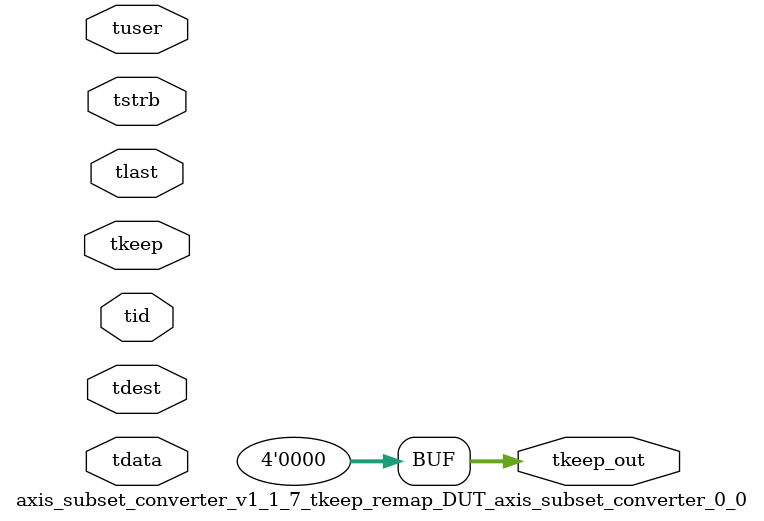
<source format=v>


`timescale 1ps/1ps

module axis_subset_converter_v1_1_7_tkeep_remap_DUT_axis_subset_converter_0_0 #
(
parameter C_S_AXIS_TDATA_WIDTH = 32,
parameter C_S_AXIS_TUSER_WIDTH = 0,
parameter C_S_AXIS_TID_WIDTH   = 0,
parameter C_S_AXIS_TDEST_WIDTH = 0,
parameter C_M_AXIS_TDATA_WIDTH = 32
)
(
input  [(C_S_AXIS_TDATA_WIDTH == 0 ? 1 : C_S_AXIS_TDATA_WIDTH)-1:0     ] tdata,
input  [(C_S_AXIS_TUSER_WIDTH == 0 ? 1 : C_S_AXIS_TUSER_WIDTH)-1:0     ] tuser,
input  [(C_S_AXIS_TID_WIDTH   == 0 ? 1 : C_S_AXIS_TID_WIDTH)-1:0       ] tid,
input  [(C_S_AXIS_TDEST_WIDTH == 0 ? 1 : C_S_AXIS_TDEST_WIDTH)-1:0     ] tdest,
input  [(C_S_AXIS_TDATA_WIDTH/8)-1:0 ] tkeep,
input  [(C_S_AXIS_TDATA_WIDTH/8)-1:0 ] tstrb,
input                                                                    tlast,
output [(C_M_AXIS_TDATA_WIDTH/8)-1:0 ] tkeep_out
);

assign tkeep_out = {1'b0};

endmodule


</source>
